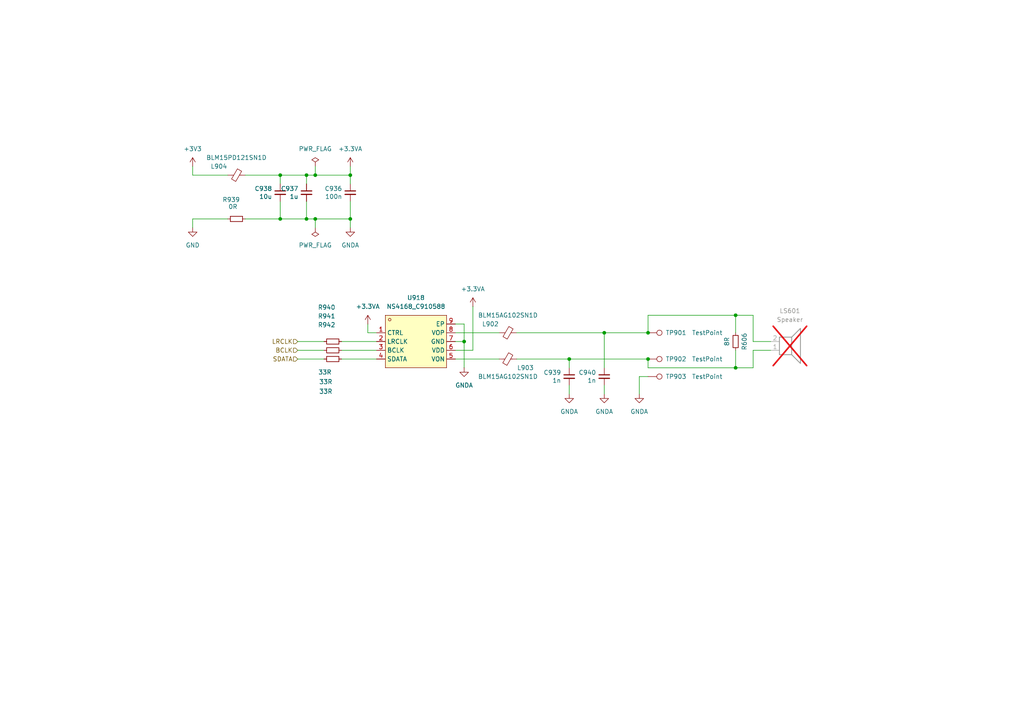
<source format=kicad_sch>
(kicad_sch (version 20250114) (generator "eeschema") (generator_version "9.0")
  (paper "A4")
  (lib_symbols
    (symbol "CAP_1" (pin_numbers (hide yes)) (pin_names (offset 0.254) (hide yes))
      (property "Reference" "C" (at 0.254 1.778 0))
      (symbol "CAP_1_0_1"
        (polyline (pts (xy -1.524 0.508) (xy 1.524 0.508)) (stroke (width 0.3048)))
        (polyline (pts (xy -1.524 -0.508) (xy 1.524 -0.508)) (stroke (width 0.3302)))
      )
      (symbol "CAP_1_1_1"
        (pin passive line (at 0 2.54 270) (length 2.032) (name "~") (number "1"))
        (pin passive line (at 0 -2.54 90) (length 2.032) (name "~") (number "2"))
      )
    )
    (symbol "CAP_2" (pin_numbers (hide yes)) (pin_names (offset 0.254) (hide yes))
      (property "Reference" "C" (at 0.254 1.778 0))
      (symbol "CAP_2_0_1"
        (polyline (pts (xy -1.524 0.508) (xy 1.524 0.508)) (stroke (width 0.3048)))
        (polyline (pts (xy -1.524 -0.508) (xy 1.524 -0.508)) (stroke (width 0.3302)))
      )
      (symbol "CAP_2_1_1"
        (pin passive line (at 0 2.54 270) (length 2.032) (name "~") (number "1"))
        (pin passive line (at 0 -2.54 90) (length 2.032) (name "~") (number "2"))
      )
    )
    (symbol "CAP_3" (pin_numbers (hide yes)) (pin_names (offset 0.254) (hide yes))
      (property "Reference" "C" (at 0.254 1.778 0))
      (symbol "CAP_3_0_1"
        (polyline (pts (xy -1.524 0.508) (xy 1.524 0.508)) (stroke (width 0.3048)))
        (polyline (pts (xy -1.524 -0.508) (xy 1.524 -0.508)) (stroke (width 0.3302)))
      )
      (symbol "CAP_3_1_1"
        (pin passive line (at 0 2.54 270) (length 2.032) (name "~") (number "1"))
        (pin passive line (at 0 -2.54 90) (length 2.032) (name "~") (number "2"))
      )
    )
    (symbol "CAP_4" (pin_numbers (hide yes)) (pin_names (offset 0.254) (hide yes))
      (property "Reference" "C" (at 0.254 1.778 0))
      (symbol "CAP_4_0_1"
        (polyline (pts (xy -1.524 0.508) (xy 1.524 0.508)) (stroke (width 0.3048)))
        (polyline (pts (xy -1.524 -0.508) (xy 1.524 -0.508)) (stroke (width 0.3302)))
      )
      (symbol "CAP_4_1_1"
        (pin passive line (at 0 2.54 270) (length 2.032) (name "~") (number "1"))
        (pin passive line (at 0 -2.54 90) (length 2.032) (name "~") (number "2"))
      )
    )
    (symbol "Connector:TestPoint" (pin_numbers (hide yes)) (pin_names (offset 0.762) (hide yes))
      (property "Reference" "TP" (at 0 6.858 0))
      (property "Value" "TestPoint" (at 0 5.08 0))
      (symbol "TestPoint_0_1"
        (circle (center 0 3.302) (radius 0.762))
      )
      (symbol "TestPoint_1_1"
        (pin passive line (at 0 0 90) (length 2.54) (name "1") (number "1"))
      )
    )
    (symbol "Device:Speaker" (pin_names (offset 0) (hide yes))
      (property "Reference" "LS" (at 1.27 5.715 0))
      (property "Value" "Speaker" (at 1.27 3.81 0))
      (symbol "Speaker_0_0"
        (rectangle (start -2.54 1.27) (end 1.016 -3.81) (stroke (width 0.254)))
        (polyline (pts (xy 1.016 1.27) (xy 3.556 3.81) (xy 3.556 -6.35) (xy 1.016 -3.81)) (stroke (width 0.254)))
      )
      (symbol "Speaker_1_1"
        (pin input line (at -5.08 0 0) (length 2.54) (name "1") (number "1"))
        (pin input line (at -5.08 -2.54 0) (length 2.54) (name "2") (number "2"))
      )
    )
    (symbol "FERRIT_1" (pin_numbers (hide yes)) (pin_names (offset 0))
      (property "Reference" "FB" (at 1.905 1.27 0))
      (symbol "FERRIT_1_0_1"
        (polyline (pts (xy -1.8288 0.2794) (xy -1.1176 1.4986) (xy 1.8288 -0.2032) (xy 1.1176 -1.4224) (xy -1.8288 0.2794)))
        (polyline (pts (xy 0 0.889) (xy 0 1.2954)))
        (polyline (pts (xy 0 -1.27) (xy 0 -0.7874)))
      )
      (symbol "FERRIT_1_1_1"
        (pin passive line (at 0 2.54 270) (length 1.27) (name "~") (number "1"))
        (pin passive line (at 0 -2.54 90) (length 1.27) (name "~") (number "2"))
      )
    )
    (symbol "FERRIT_2" (pin_numbers (hide yes)) (pin_names (offset 0))
      (property "Reference" "FB" (at 1.905 1.27 0))
      (symbol "FERRIT_2_0_1"
        (polyline (pts (xy -1.8288 0.2794) (xy -1.1176 1.4986) (xy 1.8288 -0.2032) (xy 1.1176 -1.4224) (xy -1.8288 0.2794)))
        (polyline (pts (xy 0 0.889) (xy 0 1.2954)))
        (polyline (pts (xy 0 -1.27) (xy 0 -0.7874)))
      )
      (symbol "FERRIT_2_1_1"
        (pin passive line (at 0 2.54 270) (length 1.27) (name "~") (number "1"))
        (pin passive line (at 0 -2.54 90) (length 1.27) (name "~") (number "2"))
      )
    )
    (symbol "PWR_FLAG_1" (power) (pin_numbers (hide yes)) (pin_names (offset 0) (hide yes))
      (property "Value" "PWR_FLAG" (at 0 3.81 0))
      (symbol "PWR_FLAG_1_0_0"
        (pin power_out line (at 0 0 90) (length 0) (name "pwr") (number "1"))
      )
      (symbol "PWR_FLAG_1_0_1"
        (polyline (pts (xy 0 0) (xy 0 1.27) (xy -1.016 1.905) (xy 0 2.54) (xy 1.016 1.905) (xy 0 1.27)))
      )
    )
    (symbol "RES_1" (pin_numbers (hide yes)) (pin_names (offset 0.254) (hide yes))
      (property "Reference" "R" (at 0.762 0.508 0))
      (symbol "RES_1_1_1"
        (rectangle (start -0.762 1.778) (end 0.762 -1.778) (stroke (width 0.2032)))
        (pin passive line (at 0 2.54 270) (length 0.762) (name "~") (number "1"))
        (pin passive line (at 0 -2.54 90) (length 0.762) (name "~") (number "2"))
      )
    )
    (symbol "RES_2" (pin_numbers (hide yes)) (pin_names (offset 0.254) (hide yes))
      (property "Reference" "R" (at 0.762 0.508 0))
      (symbol "RES_2_1_1"
        (rectangle (start -0.762 1.778) (end 0.762 -1.778) (stroke (width 0.2032)))
        (pin passive line (at 0 2.54 270) (length 0.762) (name "~") (number "1"))
        (pin passive line (at 0 -2.54 90) (length 0.762) (name "~") (number "2"))
      )
    )
    (symbol "RES_3" (pin_numbers (hide yes)) (pin_names (offset 0.254) (hide yes))
      (property "Reference" "R" (at 0.762 0.508 0))
      (symbol "RES_3_1_1"
        (rectangle (start -0.762 1.778) (end 0.762 -1.778) (stroke (width 0.2032)))
        (pin passive line (at 0 2.54 270) (length 0.762) (name "~") (number "1"))
        (pin passive line (at 0 -2.54 90) (length 0.762) (name "~") (number "2"))
      )
    )
    (symbol "RES_4" (pin_numbers (hide yes)) (pin_names (offset 0.254) (hide yes))
      (property "Reference" "R" (at 0.762 0.508 0))
      (symbol "RES_4_1_1"
        (rectangle (start -0.762 1.778) (end 0.762 -1.778) (stroke (width 0.2032)))
        (pin passive line (at 0 2.54 270) (length 0.762) (name "~") (number "1"))
        (pin passive line (at 0 -2.54 90) (length 0.762) (name "~") (number "2"))
      )
    )
    (symbol "power:+3.3VA" (power) (pin_numbers (hide yes)) (pin_names (offset 0) (hide yes))
      (property "Value" "+3.3VA" (at 0 3.556 0))
      (symbol "+3.3VA_0_1"
        (polyline (pts (xy -0.762 1.27) (xy 0 2.54)))
        (polyline (pts (xy 0 2.54) (xy 0.762 1.27)))
        (polyline (pts (xy 0 0) (xy 0 2.54)))
      )
      (symbol "+3.3VA_1_1"
        (pin power_in line (at 0 0 90) (length 0) (name "~") (number "1"))
      )
    )
    (symbol "power:+3V3" (power) (pin_numbers (hide yes)) (pin_names (offset 0) (hide yes))
      (property "Value" "+3V3" (at 0 3.556 0))
      (symbol "+3V3_0_1"
        (polyline (pts (xy -0.762 1.27) (xy 0 2.54)))
        (polyline (pts (xy 0 2.54) (xy 0.762 1.27)))
        (polyline (pts (xy 0 0) (xy 0 2.54)))
      )
      (symbol "+3V3_1_1"
        (pin power_in line (at 0 0 90) (length 0) (name "~") (number "1"))
      )
    )
    (symbol "power:GND" (power) (pin_numbers (hide yes)) (pin_names (offset 0) (hide yes))
      (property "Value" "GND" (at 0 -3.81 0))
      (symbol "GND_0_1"
        (polyline (pts (xy 0 0) (xy 0 -1.27) (xy 1.27 -1.27) (xy 0 -2.54) (xy -1.27 -1.27) (xy 0 -1.27)))
      )
      (symbol "GND_1_1"
        (pin power_in line (at 0 0 270) (length 0) (name "~") (number "1"))
      )
    )
    (symbol "power:GNDA" (power) (pin_numbers (hide yes)) (pin_names (offset 0) (hide yes))
      (property "Value" "GNDA" (at 0 -3.81 0))
      (symbol "GNDA_0_1"
        (polyline (pts (xy 0 0) (xy 0 -1.27) (xy 1.27 -1.27) (xy 0 -2.54) (xy -1.27 -1.27) (xy 0 -1.27)))
      )
      (symbol "GNDA_1_1"
        (pin power_in line (at 0 0 270) (length 0) (name "~") (number "1"))
      )
    )
    (symbol "power:PWR_FLAG" (power) (pin_numbers (hide yes)) (pin_names (offset 0) (hide yes))
      (property "Value" "PWR_FLAG" (at 0 3.81 0))
      (symbol "PWR_FLAG_0_0"
        (pin power_out line (at 0 0 90) (length 0) (name "pwr") (number "1"))
      )
      (symbol "PWR_FLAG_0_1"
        (polyline (pts (xy 0 0) (xy 0 1.27) (xy -1.016 1.905) (xy 0 2.54) (xy 1.016 1.905) (xy 0 1.27)))
      )
    )
    (symbol "suku_basics:CAP" (pin_numbers (hide yes)) (pin_names (offset 0.254) (hide yes))
      (property "Reference" "C" (at 0.254 1.778 0))
      (symbol "CAP_0_1"
        (polyline (pts (xy -1.524 0.508) (xy 1.524 0.508)) (stroke (width 0.3048)))
        (polyline (pts (xy -1.524 -0.508) (xy 1.524 -0.508)) (stroke (width 0.3302)))
      )
      (symbol "CAP_1_1"
        (pin passive line (at 0 2.54 270) (length 2.032) (name "~") (number "1"))
        (pin passive line (at 0 -2.54 90) (length 2.032) (name "~") (number "2"))
      )
    )
    (symbol "suku_basics:FERRIT" (pin_numbers (hide yes)) (pin_names (offset 0))
      (property "Reference" "FB" (at 1.905 1.27 0))
      (symbol "FERRIT_0_1"
        (polyline (pts (xy -1.8288 0.2794) (xy -1.1176 1.4986) (xy 1.8288 -0.2032) (xy 1.1176 -1.4224) (xy -1.8288 0.2794)))
        (polyline (pts (xy 0 0.889) (xy 0 1.2954)))
        (polyline (pts (xy 0 -1.27) (xy 0 -0.7874)))
      )
      (symbol "FERRIT_1_1"
        (pin passive line (at 0 2.54 270) (length 1.27) (name "~") (number "1"))
        (pin passive line (at 0 -2.54 90) (length 1.27) (name "~") (number "2"))
      )
    )
    (symbol "suku_basics:NS4168_C910588"
      (property "Reference" "U" (at 0 10.16 0))
      (property "Value" "NS4168_C910588" (at 0 -10.16 0))
      (symbol "NS4168_C910588_0_1"
        (rectangle (start -8.89 7.62) (end 8.89 -7.62) (fill (type background)))
        (circle (center -7.62 6.35) (radius 0.38))
        (pin unspecified line (at -11.43 2.54 0) (length 2.54) (name "CTRL") (number "1"))
        (pin unspecified line (at -11.43 0 0) (length 2.54) (name "LRCLK") (number "2"))
        (pin unspecified line (at -11.43 -2.54 0) (length 2.54) (name "BCLK") (number "3"))
        (pin unspecified line (at -11.43 -5.08 0) (length 2.54) (name "SDATA") (number "4"))
        (pin unspecified line (at 11.43 5.08 180) (length 2.54) (name "EP") (number "9"))
        (pin unspecified line (at 11.43 2.54 180) (length 2.54) (name "VOP") (number "8"))
        (pin unspecified line (at 11.43 0 180) (length 2.54) (name "GND") (number "7"))
        (pin unspecified line (at 11.43 -2.54 180) (length 2.54) (name "VDD") (number "6"))
        (pin unspecified line (at 11.43 -5.08 180) (length 2.54) (name "VON") (number "5"))
      )
    )
    (symbol "suku_basics:RES" (pin_numbers (hide yes)) (pin_names (offset 0.254) (hide yes))
      (property "Reference" "R" (at 0.762 0.508 0))
      (symbol "RES_1_1"
        (rectangle (start -0.762 1.778) (end 0.762 -1.778) (stroke (width 0.2032)))
        (pin passive line (at 0 2.54 270) (length 0.762) (name "~") (number "1"))
        (pin passive line (at 0 -2.54 90) (length 0.762) (name "~") (number "2"))
      )
    )
  )
  (junction (at 187.96 96.52))
  (junction (at 88.9 50.8))
  (junction (at 91.44 63.5))
  (junction (at 91.44 50.8))
  (junction (at 213.36 106.68))
  (junction (at 213.36 91.44))
  (junction (at 175.26 96.52))
  (junction (at 88.9 63.5))
  (junction (at 165.1 104.14))
  (junction (at 101.6 63.5))
  (junction (at 134.62 99.06))
  (junction (at 81.28 63.5))
  (junction (at 81.28 50.8))
  (junction (at 101.6 50.8))
  (junction (at 187.96 104.14))
  (wire (pts (xy 218.44 106.68) (xy 218.44 101.6)))
  (wire (pts (xy 88.9 50.8) (xy 91.44 50.8)))
  (wire (pts (xy 134.62 99.06) (xy 132.08 99.06)))
  (wire (pts (xy 81.28 63.5) (xy 71.12 63.5)))
  (wire (pts (xy 91.44 63.5) (xy 88.9 63.5)))
  (wire (pts (xy 149.86 96.52) (xy 175.26 96.52)))
  (wire (pts (xy 185.42 109.22) (xy 185.42 114.3)))
  (wire (pts (xy 175.26 96.52) (xy 175.26 106.68)))
  (wire (pts (xy 55.88 63.5) (xy 66.04 63.5)))
  (wire (pts (xy 132.08 104.14) (xy 144.78 104.14)))
  (wire (pts (xy 165.1 104.14) (xy 165.1 106.68)))
  (wire (pts (xy 175.26 111.76) (xy 175.26 114.3)))
  (wire (pts (xy 106.68 96.52) (xy 109.22 96.52)))
  (wire (pts (xy 134.62 106.68) (xy 134.62 99.06)))
  (wire (pts (xy 99.06 99.06) (xy 109.22 99.06)))
  (wire (pts (xy 88.9 63.5) (xy 81.28 63.5)))
  (wire (pts (xy 101.6 63.5) (xy 91.44 63.5)))
  (wire (pts (xy 81.28 58.42) (xy 81.28 63.5)))
  (wire (pts (xy 55.88 50.8) (xy 55.88 48.26)))
  (wire (pts (xy 88.9 58.42) (xy 88.9 63.5)))
  (wire (pts (xy 88.9 50.8) (xy 88.9 53.34)))
  (wire (pts (xy 91.44 63.5) (xy 91.44 66.04)))
  (wire (pts (xy 132.08 101.6) (xy 137.16 101.6)))
  (wire (pts (xy 99.06 104.14) (xy 109.22 104.14)))
  (wire (pts (xy 66.04 50.8) (xy 55.88 50.8)))
  (wire (pts (xy 81.28 50.8) (xy 71.12 50.8)))
  (wire (pts (xy 187.96 91.44) (xy 187.96 96.52)))
  (wire (pts (xy 101.6 66.04) (xy 101.6 63.5)))
  (wire (pts (xy 88.9 50.8) (xy 81.28 50.8)))
  (wire (pts (xy 101.6 48.26) (xy 101.6 50.8)))
  (wire (pts (xy 187.96 104.14) (xy 187.96 106.68)))
  (wire (pts (xy 137.16 88.9) (xy 137.16 101.6)))
  (wire (pts (xy 86.36 99.06) (xy 93.98 99.06)))
  (wire (pts (xy 91.44 48.26) (xy 91.44 50.8)))
  (wire (pts (xy 132.08 96.52) (xy 144.78 96.52)))
  (wire (pts (xy 106.68 93.98) (xy 106.68 96.52)))
  (wire (pts (xy 99.06 101.6) (xy 109.22 101.6)))
  (wire (pts (xy 91.44 50.8) (xy 101.6 50.8)))
  (wire (pts (xy 213.36 91.44) (xy 187.96 91.44)))
  (wire (pts (xy 218.44 101.6) (xy 223.52 101.6)))
  (wire (pts (xy 86.36 104.14) (xy 93.98 104.14)))
  (wire (pts (xy 213.36 106.68) (xy 218.44 106.68)))
  (wire (pts (xy 134.62 99.06) (xy 134.62 93.98)))
  (wire (pts (xy 55.88 66.04) (xy 55.88 63.5)))
  (wire (pts (xy 165.1 104.14) (xy 187.96 104.14)))
  (wire (pts (xy 187.96 109.22) (xy 185.42 109.22)))
  (wire (pts (xy 213.36 91.44) (xy 213.36 96.52)))
  (wire (pts (xy 81.28 53.34) (xy 81.28 50.8)))
  (wire (pts (xy 101.6 58.42) (xy 101.6 63.5)))
  (wire (pts (xy 175.26 96.52) (xy 187.96 96.52)))
  (wire (pts (xy 218.44 99.06) (xy 223.52 99.06)))
  (wire (pts (xy 134.62 93.98) (xy 132.08 93.98)))
  (wire (pts (xy 165.1 111.76) (xy 165.1 114.3)))
  (wire (pts (xy 213.36 101.6) (xy 213.36 106.68)))
  (wire (pts (xy 218.44 91.44) (xy 213.36 91.44)))
  (wire (pts (xy 218.44 91.44) (xy 218.44 99.06)))
  (wire (pts (xy 86.36 101.6) (xy 93.98 101.6)))
  (wire (pts (xy 149.86 104.14) (xy 165.1 104.14)))
  (wire (pts (xy 187.96 106.68) (xy 213.36 106.68)))
  (wire (pts (xy 101.6 50.8) (xy 101.6 53.34)))
  (hierarchical_label "SDATA" (shape input) (at 86.36 104.14 180))
  (hierarchical_label "BCLK" (shape input) (at 86.36 101.6 180))
  (hierarchical_label "LRCLK" (shape input) (at 86.36 99.06 180))
  (symbol (lib_id "suku_basics:FERRIT") (at 68.58 50.8 270) (unit 1)
    (property "Reference" "L904" (at 63.5 48.26 90))
    (property "Value" "BLM15PD121SN1D" (at 68.58 45.72 90))
    (property "Footprint" "suku_basics:FERRIT_0402" (effects (hide yes)))
  )
  (symbol (lib_id "power:GNDA") (at 175.26 114.3 0) (unit 1)
    (property "Reference" "#PWR01098" (effects (hide yes)))
    (property "Value" "GNDA" (at 175.26 119.38 0))
    (property "Description" "Power symbol creates a global label with name \"GNDA\" , analog ground" (effects (hide yes)))
  )
  (symbol (lib_id "power:+3.3VA") (at 106.68 93.98 0) (unit 1)
    (property "Reference" "#PWR01096" (effects (hide yes)))
    (property "Value" "+3.3VA" (at 106.68 88.9 0))
    (property "Description" "Power symbol creates a global label with name \"+3.3VA\"" (effects (hide yes)))
  )
  (symbol (lib_id "power:GNDA") (at 165.1 114.3 0) (unit 1)
    (property "Reference" "#PWR01097" (effects (hide yes)))
    (property "Value" "GNDA" (at 165.1 119.38 0))
    (property "Description" "Power symbol creates a global label with name \"GNDA\" , analog ground" (effects (hide yes)))
  )
  (symbol (lib_id "power:GND") (at 55.88 66.04 0) (unit 1)
    (property "Reference" "#PWR0977" (effects (hide yes)))
    (property "Value" "GND" (at 55.88 71.12 0))
    (property "Description" "Power symbol creates a global label with name \"GND\" , ground" (effects (hide yes)))
  )
  (symbol (lib_id "suku_basics:CAP") (at 175.26 109.22 0) (mirror y) (unit 1)
    (property "Reference" "C940" (at 172.9232 108.0516 0) (effects (justify left)))
    (property "Value" "1n" (at 172.9232 110.363 0) (effects (justify left)))
    (property "Footprint" "suku_basics:CAP_0402" (effects (hide yes)))
  )
  (symbol (lib_name "CAP_4") (lib_id "suku_basics:CAP") (at 101.6 55.88 0) (mirror y) (unit 1)
    (property "Reference" "C936" (at 99.2632 54.7116 0) (effects (justify left)))
    (property "Value" "100n" (at 99.2632 57.023 0) (effects (justify left)))
    (property "Footprint" "suku_basics:CAP_0402" (effects (hide yes)))
  )
  (symbol (lib_id "suku_basics:RES") (at 96.52 104.14 90) (unit 1)
    (property "Reference" "R942" (at 94.742 94.234 90))
    (property "Value" "33R" (at 94.488 113.538 90))
    (property "Footprint" "suku_basics:RES_0402" (effects (hide yes)))
  )
  (symbol (lib_id "suku_basics:NS4168_C910588") (at 120.65 99.06 0) (unit 1)
    (property "Reference" "U918" (at 120.65 86.36 0))
    (property "Value" "NS4168_C910588" (at 120.65 88.9 0))
    (property "Footprint" "suku_basics:ESOP-8_L4.9-W3.9-P1.27-LS6.0-BL-EP" (effects (hide yes)))
    (property "LCSC Part" "C910588" (effects (hide yes)))
  )
  (symbol (lib_id "power:PWR_FLAG") (at 91.44 48.26 0) (unit 1)
    (property "Reference" "#FLG0901" (effects (hide yes)))
    (property "Value" "PWR_FLAG" (at 91.44 43.18 0))
    (property "Description" "Special symbol for telling ERC where power comes from" (effects (hide yes)))
  )
  (symbol (lib_id "power:GNDA") (at 185.42 114.3 0) (unit 1)
    (property "Reference" "#PWR01099" (effects (hide yes)))
    (property "Value" "GNDA" (at 185.42 119.38 0))
    (property "Description" "Power symbol creates a global label with name \"GNDA\" , analog ground" (effects (hide yes)))
  )
  (symbol (lib_id "power:+3.3VA") (at 137.16 88.9 0) (unit 1)
    (property "Reference" "#PWR01095" (effects (hide yes)))
    (property "Value" "+3.3VA" (at 137.16 83.82 0))
    (property "Description" "Power symbol creates a global label with name \"+3.3VA\"" (effects (hide yes)))
  )
  (symbol (lib_id "power:+3.3VA") (at 101.6 48.26 0) (unit 1)
    (property "Reference" "#PWR01091" (effects (hide yes)))
    (property "Value" "+3.3VA" (at 101.6 43.18 0))
    (property "Description" "Power symbol creates a global label with name \"+3.3VA\"" (effects (hide yes)))
  )
  (symbol (lib_id "Connector:TestPoint") (at 187.96 96.52 270) (unit 1)
    (property "Reference" "TP901" (at 193.04 96.52 90) (effects (justify left)))
    (property "Value" "TestPoint" (at 200.66 96.52 90) (effects (justify left)))
    (property "Footprint" "TestPoint:TestPoint_Pad_D1.0mm" (effects (hide yes)))
  )
  (symbol (lib_name "FERRIT_2") (lib_id "suku_basics:FERRIT") (at 147.32 96.52 270) (unit 1)
    (property "Reference" "L902" (at 142.24 93.98 90))
    (property "Value" "BLM15AG102SN1D" (at 147.32 91.44 90))
    (property "Footprint" "suku_basics:FERRIT_0402" (effects (hide yes)))
  )
  (symbol (lib_name "RES_4") (lib_id "suku_basics:RES") (at 68.58 63.5 90) (unit 1)
    (property "Reference" "R939" (at 67.056 57.912 90))
    (property "Value" "0R" (at 67.564 59.944 90))
    (property "Footprint" "suku_basics:RES_0402" (effects (hide yes)))
  )
  (symbol (lib_name "FERRIT_1") (lib_id "suku_basics:FERRIT") (at 147.32 104.14 90) (unit 1)
    (property "Reference" "L903" (at 152.4 106.68 90))
    (property "Value" "BLM15AG102SN1D" (at 147.32 109.22 90))
    (property "Footprint" "suku_basics:FERRIT_0402" (effects (hide yes)))
  )
  (symbol (lib_name "RES_3") (lib_id "suku_basics:RES") (at 96.52 101.6 90) (unit 1)
    (property "Reference" "R941" (at 94.742 91.694 90))
    (property "Value" "33R" (at 94.488 110.744 90))
    (property "Footprint" "suku_basics:RES_0402" (effects (hide yes)))
  )
  (symbol (lib_id "Connector:TestPoint") (at 187.96 104.14 270) (unit 1)
    (property "Reference" "TP902" (at 193.04 104.14 90) (effects (justify left)))
    (property "Value" "TestPoint" (at 200.66 104.14 90) (effects (justify left)))
    (property "Footprint" "TestPoint:TestPoint_Pad_D1.0mm" (effects (hide yes)))
  )
  (symbol (lib_name "RES_1") (lib_id "suku_basics:RES") (at 213.36 99.06 0) (unit 1)
    (property "Reference" "R606" (at 215.9 99.06 90))
    (property "Value" "8R" (at 210.82 99.06 90))
    (property "Footprint" "suku_basics:RES_0402" (effects (hide yes)))
  )
  (symbol (lib_name "RES_2") (lib_id "suku_basics:RES") (at 96.52 99.06 90) (unit 1)
    (property "Reference" "R940" (at 94.742 89.154 90))
    (property "Value" "33R" (at 94.234 107.95 90))
    (property "Footprint" "suku_basics:RES_0402" (effects (hide yes)))
  )
  (symbol (lib_id "power:+3V3") (at 55.88 48.26 0) (unit 1)
    (property "Reference" "#PWR01089" (effects (hide yes)))
    (property "Value" "+3V3" (at 55.88 43.18 0))
    (property "Description" "Power symbol creates a global label with name \"+3V3\"" (effects (hide yes)))
  )
  (symbol (lib_name "CAP_3") (lib_id "suku_basics:CAP") (at 88.9 55.88 0) (mirror y) (unit 1)
    (property "Reference" "C937" (at 86.5632 54.7116 0) (effects (justify left)))
    (property "Value" "1u" (at 86.5632 57.023 0) (effects (justify left)))
    (property "Footprint" "suku_basics:CAP_0402" (effects (hide yes)))
  )
  (symbol (lib_id "Connector:TestPoint") (at 187.96 109.22 270) (unit 1)
    (property "Reference" "TP903" (at 193.04 109.22 90) (effects (justify left)))
    (property "Value" "TestPoint" (at 200.66 109.22 90) (effects (justify left)))
    (property "Footprint" "TestPoint:TestPoint_Pad_D1.0mm" (effects (hide yes)))
  )
  (symbol (lib_id "power:GNDA") (at 134.62 106.68 0) (unit 1)
    (property "Reference" "#PWR01093" (effects (hide yes)))
    (property "Value" "GNDA" (at 134.62 111.76 0))
    (property "Description" "Power symbol creates a global label with name \"GNDA\" , analog ground" (effects (hide yes)))
  )
  (symbol (lib_name "CAP_2") (lib_id "suku_basics:CAP") (at 165.1 109.22 0) (mirror y) (unit 1)
    (property "Reference" "C939" (at 162.7632 108.0516 0) (effects (justify left)))
    (property "Value" "1n" (at 162.7632 110.363 0) (effects (justify left)))
    (property "Footprint" "suku_basics:CAP_0402" (effects (hide yes)))
  )
  (symbol (lib_name "CAP_1") (lib_id "suku_basics:CAP") (at 81.28 55.88 0) (mirror y) (unit 1)
    (property "Reference" "C938" (at 78.9432 54.7116 0) (effects (justify left)))
    (property "Value" "10u" (at 78.9432 57.023 0) (effects (justify left)))
    (property "Footprint" "suku_basics:CAP_0402" (effects (hide yes)))
  )
  (symbol (lib_name "PWR_FLAG_1") (lib_id "power:PWR_FLAG") (at 91.44 66.04 180) (unit 1)
    (property "Reference" "#FLG0902" (effects (hide yes)))
    (property "Value" "PWR_FLAG" (at 91.44 71.12 0))
    (property "Description" "Special symbol for telling ERC where power comes from" (effects (hide yes)))
  )
  (symbol (lib_id "Device:Speaker") (at 228.6 101.6 0) (mirror x) (unit 1) (in_bom no) (on_board no) (dnp yes)
    (property "Reference" "LS601" (at 229.108 90.17 0))
    (property "Value" "Speaker" (at 229.108 92.71 0))
    (property "Footprint" "suku_basics:speaker-1609" (effects (hide yes)))
    (property "Description" "Speaker" (effects (hide yes)))
  )
  (symbol (lib_id "power:GNDA") (at 101.6 66.04 0) (unit 1)
    (property "Reference" "#PWR01087" (effects (hide yes)))
    (property "Value" "GNDA" (at 101.6 71.12 0))
    (property "Description" "Power symbol creates a global label with name \"GNDA\" , analog ground" (effects (hide yes)))
  )
)
</source>
